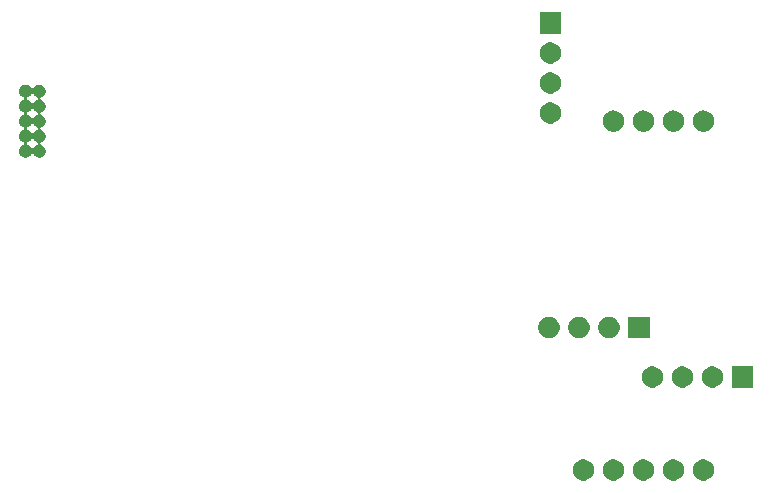
<source format=gbr>
%TF.GenerationSoftware,KiCad,Pcbnew,(5.1.5)-3*%
%TF.CreationDate,2020-03-09T23:17:30+02:00*%
%TF.ProjectId,iaq_device,6961715f-6465-4766-9963-652e6b696361,rev?*%
%TF.SameCoordinates,Original*%
%TF.FileFunction,Soldermask,Bot*%
%TF.FilePolarity,Negative*%
%FSLAX46Y46*%
G04 Gerber Fmt 4.6, Leading zero omitted, Abs format (unit mm)*
G04 Created by KiCad (PCBNEW (5.1.5)-3) date 2020-03-09 23:17:30*
%MOMM*%
%LPD*%
G04 APERTURE LIST*
%ADD10C,0.100000*%
G04 APERTURE END LIST*
D10*
G36*
X158609512Y-113403927D02*
G01*
X158758812Y-113433624D01*
X158922784Y-113501544D01*
X159070354Y-113600147D01*
X159195853Y-113725646D01*
X159294456Y-113873216D01*
X159362376Y-114037188D01*
X159397000Y-114211259D01*
X159397000Y-114388741D01*
X159362376Y-114562812D01*
X159294456Y-114726784D01*
X159195853Y-114874354D01*
X159070354Y-114999853D01*
X158922784Y-115098456D01*
X158758812Y-115166376D01*
X158609512Y-115196073D01*
X158584742Y-115201000D01*
X158407258Y-115201000D01*
X158382488Y-115196073D01*
X158233188Y-115166376D01*
X158069216Y-115098456D01*
X157921646Y-114999853D01*
X157796147Y-114874354D01*
X157697544Y-114726784D01*
X157629624Y-114562812D01*
X157595000Y-114388741D01*
X157595000Y-114211259D01*
X157629624Y-114037188D01*
X157697544Y-113873216D01*
X157796147Y-113725646D01*
X157921646Y-113600147D01*
X158069216Y-113501544D01*
X158233188Y-113433624D01*
X158382488Y-113403927D01*
X158407258Y-113399000D01*
X158584742Y-113399000D01*
X158609512Y-113403927D01*
G37*
G36*
X156069512Y-113403927D02*
G01*
X156218812Y-113433624D01*
X156382784Y-113501544D01*
X156530354Y-113600147D01*
X156655853Y-113725646D01*
X156754456Y-113873216D01*
X156822376Y-114037188D01*
X156857000Y-114211259D01*
X156857000Y-114388741D01*
X156822376Y-114562812D01*
X156754456Y-114726784D01*
X156655853Y-114874354D01*
X156530354Y-114999853D01*
X156382784Y-115098456D01*
X156218812Y-115166376D01*
X156069512Y-115196073D01*
X156044742Y-115201000D01*
X155867258Y-115201000D01*
X155842488Y-115196073D01*
X155693188Y-115166376D01*
X155529216Y-115098456D01*
X155381646Y-114999853D01*
X155256147Y-114874354D01*
X155157544Y-114726784D01*
X155089624Y-114562812D01*
X155055000Y-114388741D01*
X155055000Y-114211259D01*
X155089624Y-114037188D01*
X155157544Y-113873216D01*
X155256147Y-113725646D01*
X155381646Y-113600147D01*
X155529216Y-113501544D01*
X155693188Y-113433624D01*
X155842488Y-113403927D01*
X155867258Y-113399000D01*
X156044742Y-113399000D01*
X156069512Y-113403927D01*
G37*
G36*
X153529512Y-113403927D02*
G01*
X153678812Y-113433624D01*
X153842784Y-113501544D01*
X153990354Y-113600147D01*
X154115853Y-113725646D01*
X154214456Y-113873216D01*
X154282376Y-114037188D01*
X154317000Y-114211259D01*
X154317000Y-114388741D01*
X154282376Y-114562812D01*
X154214456Y-114726784D01*
X154115853Y-114874354D01*
X153990354Y-114999853D01*
X153842784Y-115098456D01*
X153678812Y-115166376D01*
X153529512Y-115196073D01*
X153504742Y-115201000D01*
X153327258Y-115201000D01*
X153302488Y-115196073D01*
X153153188Y-115166376D01*
X152989216Y-115098456D01*
X152841646Y-114999853D01*
X152716147Y-114874354D01*
X152617544Y-114726784D01*
X152549624Y-114562812D01*
X152515000Y-114388741D01*
X152515000Y-114211259D01*
X152549624Y-114037188D01*
X152617544Y-113873216D01*
X152716147Y-113725646D01*
X152841646Y-113600147D01*
X152989216Y-113501544D01*
X153153188Y-113433624D01*
X153302488Y-113403927D01*
X153327258Y-113399000D01*
X153504742Y-113399000D01*
X153529512Y-113403927D01*
G37*
G36*
X163689512Y-113403927D02*
G01*
X163838812Y-113433624D01*
X164002784Y-113501544D01*
X164150354Y-113600147D01*
X164275853Y-113725646D01*
X164374456Y-113873216D01*
X164442376Y-114037188D01*
X164477000Y-114211259D01*
X164477000Y-114388741D01*
X164442376Y-114562812D01*
X164374456Y-114726784D01*
X164275853Y-114874354D01*
X164150354Y-114999853D01*
X164002784Y-115098456D01*
X163838812Y-115166376D01*
X163689512Y-115196073D01*
X163664742Y-115201000D01*
X163487258Y-115201000D01*
X163462488Y-115196073D01*
X163313188Y-115166376D01*
X163149216Y-115098456D01*
X163001646Y-114999853D01*
X162876147Y-114874354D01*
X162777544Y-114726784D01*
X162709624Y-114562812D01*
X162675000Y-114388741D01*
X162675000Y-114211259D01*
X162709624Y-114037188D01*
X162777544Y-113873216D01*
X162876147Y-113725646D01*
X163001646Y-113600147D01*
X163149216Y-113501544D01*
X163313188Y-113433624D01*
X163462488Y-113403927D01*
X163487258Y-113399000D01*
X163664742Y-113399000D01*
X163689512Y-113403927D01*
G37*
G36*
X161149512Y-113403927D02*
G01*
X161298812Y-113433624D01*
X161462784Y-113501544D01*
X161610354Y-113600147D01*
X161735853Y-113725646D01*
X161834456Y-113873216D01*
X161902376Y-114037188D01*
X161937000Y-114211259D01*
X161937000Y-114388741D01*
X161902376Y-114562812D01*
X161834456Y-114726784D01*
X161735853Y-114874354D01*
X161610354Y-114999853D01*
X161462784Y-115098456D01*
X161298812Y-115166376D01*
X161149512Y-115196073D01*
X161124742Y-115201000D01*
X160947258Y-115201000D01*
X160922488Y-115196073D01*
X160773188Y-115166376D01*
X160609216Y-115098456D01*
X160461646Y-114999853D01*
X160336147Y-114874354D01*
X160237544Y-114726784D01*
X160169624Y-114562812D01*
X160135000Y-114388741D01*
X160135000Y-114211259D01*
X160169624Y-114037188D01*
X160237544Y-113873216D01*
X160336147Y-113725646D01*
X160461646Y-113600147D01*
X160609216Y-113501544D01*
X160773188Y-113433624D01*
X160922488Y-113403927D01*
X160947258Y-113399000D01*
X161124742Y-113399000D01*
X161149512Y-113403927D01*
G37*
G36*
X167779000Y-107327000D02*
G01*
X165977000Y-107327000D01*
X165977000Y-105525000D01*
X167779000Y-105525000D01*
X167779000Y-107327000D01*
G37*
G36*
X161911512Y-105529927D02*
G01*
X162060812Y-105559624D01*
X162224784Y-105627544D01*
X162372354Y-105726147D01*
X162497853Y-105851646D01*
X162596456Y-105999216D01*
X162664376Y-106163188D01*
X162699000Y-106337259D01*
X162699000Y-106514741D01*
X162664376Y-106688812D01*
X162596456Y-106852784D01*
X162497853Y-107000354D01*
X162372354Y-107125853D01*
X162224784Y-107224456D01*
X162060812Y-107292376D01*
X161911512Y-107322073D01*
X161886742Y-107327000D01*
X161709258Y-107327000D01*
X161684488Y-107322073D01*
X161535188Y-107292376D01*
X161371216Y-107224456D01*
X161223646Y-107125853D01*
X161098147Y-107000354D01*
X160999544Y-106852784D01*
X160931624Y-106688812D01*
X160897000Y-106514741D01*
X160897000Y-106337259D01*
X160931624Y-106163188D01*
X160999544Y-105999216D01*
X161098147Y-105851646D01*
X161223646Y-105726147D01*
X161371216Y-105627544D01*
X161535188Y-105559624D01*
X161684488Y-105529927D01*
X161709258Y-105525000D01*
X161886742Y-105525000D01*
X161911512Y-105529927D01*
G37*
G36*
X159371512Y-105529927D02*
G01*
X159520812Y-105559624D01*
X159684784Y-105627544D01*
X159832354Y-105726147D01*
X159957853Y-105851646D01*
X160056456Y-105999216D01*
X160124376Y-106163188D01*
X160159000Y-106337259D01*
X160159000Y-106514741D01*
X160124376Y-106688812D01*
X160056456Y-106852784D01*
X159957853Y-107000354D01*
X159832354Y-107125853D01*
X159684784Y-107224456D01*
X159520812Y-107292376D01*
X159371512Y-107322073D01*
X159346742Y-107327000D01*
X159169258Y-107327000D01*
X159144488Y-107322073D01*
X158995188Y-107292376D01*
X158831216Y-107224456D01*
X158683646Y-107125853D01*
X158558147Y-107000354D01*
X158459544Y-106852784D01*
X158391624Y-106688812D01*
X158357000Y-106514741D01*
X158357000Y-106337259D01*
X158391624Y-106163188D01*
X158459544Y-105999216D01*
X158558147Y-105851646D01*
X158683646Y-105726147D01*
X158831216Y-105627544D01*
X158995188Y-105559624D01*
X159144488Y-105529927D01*
X159169258Y-105525000D01*
X159346742Y-105525000D01*
X159371512Y-105529927D01*
G37*
G36*
X164451512Y-105529927D02*
G01*
X164600812Y-105559624D01*
X164764784Y-105627544D01*
X164912354Y-105726147D01*
X165037853Y-105851646D01*
X165136456Y-105999216D01*
X165204376Y-106163188D01*
X165239000Y-106337259D01*
X165239000Y-106514741D01*
X165204376Y-106688812D01*
X165136456Y-106852784D01*
X165037853Y-107000354D01*
X164912354Y-107125853D01*
X164764784Y-107224456D01*
X164600812Y-107292376D01*
X164451512Y-107322073D01*
X164426742Y-107327000D01*
X164249258Y-107327000D01*
X164224488Y-107322073D01*
X164075188Y-107292376D01*
X163911216Y-107224456D01*
X163763646Y-107125853D01*
X163638147Y-107000354D01*
X163539544Y-106852784D01*
X163471624Y-106688812D01*
X163437000Y-106514741D01*
X163437000Y-106337259D01*
X163471624Y-106163188D01*
X163539544Y-105999216D01*
X163638147Y-105851646D01*
X163763646Y-105726147D01*
X163911216Y-105627544D01*
X164075188Y-105559624D01*
X164224488Y-105529927D01*
X164249258Y-105525000D01*
X164426742Y-105525000D01*
X164451512Y-105529927D01*
G37*
G36*
X159016000Y-103136000D02*
G01*
X157214000Y-103136000D01*
X157214000Y-101334000D01*
X159016000Y-101334000D01*
X159016000Y-103136000D01*
G37*
G36*
X155688512Y-101338927D02*
G01*
X155837812Y-101368624D01*
X156001784Y-101436544D01*
X156149354Y-101535147D01*
X156274853Y-101660646D01*
X156373456Y-101808216D01*
X156441376Y-101972188D01*
X156476000Y-102146259D01*
X156476000Y-102323741D01*
X156441376Y-102497812D01*
X156373456Y-102661784D01*
X156274853Y-102809354D01*
X156149354Y-102934853D01*
X156001784Y-103033456D01*
X155837812Y-103101376D01*
X155688512Y-103131073D01*
X155663742Y-103136000D01*
X155486258Y-103136000D01*
X155461488Y-103131073D01*
X155312188Y-103101376D01*
X155148216Y-103033456D01*
X155000646Y-102934853D01*
X154875147Y-102809354D01*
X154776544Y-102661784D01*
X154708624Y-102497812D01*
X154674000Y-102323741D01*
X154674000Y-102146259D01*
X154708624Y-101972188D01*
X154776544Y-101808216D01*
X154875147Y-101660646D01*
X155000646Y-101535147D01*
X155148216Y-101436544D01*
X155312188Y-101368624D01*
X155461488Y-101338927D01*
X155486258Y-101334000D01*
X155663742Y-101334000D01*
X155688512Y-101338927D01*
G37*
G36*
X153148512Y-101338927D02*
G01*
X153297812Y-101368624D01*
X153461784Y-101436544D01*
X153609354Y-101535147D01*
X153734853Y-101660646D01*
X153833456Y-101808216D01*
X153901376Y-101972188D01*
X153936000Y-102146259D01*
X153936000Y-102323741D01*
X153901376Y-102497812D01*
X153833456Y-102661784D01*
X153734853Y-102809354D01*
X153609354Y-102934853D01*
X153461784Y-103033456D01*
X153297812Y-103101376D01*
X153148512Y-103131073D01*
X153123742Y-103136000D01*
X152946258Y-103136000D01*
X152921488Y-103131073D01*
X152772188Y-103101376D01*
X152608216Y-103033456D01*
X152460646Y-102934853D01*
X152335147Y-102809354D01*
X152236544Y-102661784D01*
X152168624Y-102497812D01*
X152134000Y-102323741D01*
X152134000Y-102146259D01*
X152168624Y-101972188D01*
X152236544Y-101808216D01*
X152335147Y-101660646D01*
X152460646Y-101535147D01*
X152608216Y-101436544D01*
X152772188Y-101368624D01*
X152921488Y-101338927D01*
X152946258Y-101334000D01*
X153123742Y-101334000D01*
X153148512Y-101338927D01*
G37*
G36*
X150608512Y-101338927D02*
G01*
X150757812Y-101368624D01*
X150921784Y-101436544D01*
X151069354Y-101535147D01*
X151194853Y-101660646D01*
X151293456Y-101808216D01*
X151361376Y-101972188D01*
X151396000Y-102146259D01*
X151396000Y-102323741D01*
X151361376Y-102497812D01*
X151293456Y-102661784D01*
X151194853Y-102809354D01*
X151069354Y-102934853D01*
X150921784Y-103033456D01*
X150757812Y-103101376D01*
X150608512Y-103131073D01*
X150583742Y-103136000D01*
X150406258Y-103136000D01*
X150381488Y-103131073D01*
X150232188Y-103101376D01*
X150068216Y-103033456D01*
X149920646Y-102934853D01*
X149795147Y-102809354D01*
X149696544Y-102661784D01*
X149628624Y-102497812D01*
X149594000Y-102323741D01*
X149594000Y-102146259D01*
X149628624Y-101972188D01*
X149696544Y-101808216D01*
X149795147Y-101660646D01*
X149920646Y-101535147D01*
X150068216Y-101436544D01*
X150232188Y-101368624D01*
X150381488Y-101338927D01*
X150406258Y-101334000D01*
X150583742Y-101334000D01*
X150608512Y-101338927D01*
G37*
G36*
X106340721Y-81680174D02*
G01*
X106440995Y-81721709D01*
X106440996Y-81721710D01*
X106531242Y-81782010D01*
X106607990Y-81858758D01*
X106607991Y-81858760D01*
X106607994Y-81858763D01*
X106656068Y-81930710D01*
X106671613Y-81949652D01*
X106690555Y-81965197D01*
X106712166Y-81976748D01*
X106735615Y-81983861D01*
X106760001Y-81986263D01*
X106784387Y-81983861D01*
X106807836Y-81976748D01*
X106829446Y-81965196D01*
X106848388Y-81949651D01*
X106863932Y-81930710D01*
X106912006Y-81858763D01*
X106912009Y-81858760D01*
X106912010Y-81858758D01*
X106988758Y-81782010D01*
X107079004Y-81721710D01*
X107079005Y-81721709D01*
X107179279Y-81680174D01*
X107285730Y-81659000D01*
X107394270Y-81659000D01*
X107500721Y-81680174D01*
X107600995Y-81721709D01*
X107600996Y-81721710D01*
X107691242Y-81782010D01*
X107767990Y-81858758D01*
X107767991Y-81858760D01*
X107828291Y-81949005D01*
X107869826Y-82049279D01*
X107891000Y-82155730D01*
X107891000Y-82264270D01*
X107869826Y-82370721D01*
X107828291Y-82470995D01*
X107798345Y-82515812D01*
X107767990Y-82561242D01*
X107691242Y-82637990D01*
X107645812Y-82668345D01*
X107600995Y-82698291D01*
X107525611Y-82729516D01*
X107504000Y-82741067D01*
X107485059Y-82756612D01*
X107469513Y-82775554D01*
X107457962Y-82797165D01*
X107450849Y-82820614D01*
X107448447Y-82845000D01*
X107450849Y-82869386D01*
X107457962Y-82892835D01*
X107469513Y-82914446D01*
X107485058Y-82933387D01*
X107504000Y-82948933D01*
X107525611Y-82960484D01*
X107600995Y-82991709D01*
X107600996Y-82991710D01*
X107691242Y-83052010D01*
X107767990Y-83128758D01*
X107767991Y-83128760D01*
X107828291Y-83219005D01*
X107869826Y-83319279D01*
X107891000Y-83425730D01*
X107891000Y-83534270D01*
X107869826Y-83640721D01*
X107828291Y-83740995D01*
X107798345Y-83785812D01*
X107767990Y-83831242D01*
X107691242Y-83907990D01*
X107645812Y-83938345D01*
X107600995Y-83968291D01*
X107525611Y-83999516D01*
X107504000Y-84011067D01*
X107485059Y-84026612D01*
X107469513Y-84045554D01*
X107457962Y-84067165D01*
X107450849Y-84090614D01*
X107448447Y-84115000D01*
X107450849Y-84139386D01*
X107457962Y-84162835D01*
X107469513Y-84184446D01*
X107485058Y-84203387D01*
X107504000Y-84218933D01*
X107525611Y-84230484D01*
X107600995Y-84261709D01*
X107600996Y-84261710D01*
X107691242Y-84322010D01*
X107767990Y-84398758D01*
X107767991Y-84398760D01*
X107828291Y-84489005D01*
X107869826Y-84589279D01*
X107891000Y-84695730D01*
X107891000Y-84804270D01*
X107869826Y-84910721D01*
X107828291Y-85010995D01*
X107798345Y-85055812D01*
X107767990Y-85101242D01*
X107691242Y-85177990D01*
X107645812Y-85208345D01*
X107600995Y-85238291D01*
X107525611Y-85269516D01*
X107504000Y-85281067D01*
X107485059Y-85296612D01*
X107469513Y-85315554D01*
X107457962Y-85337165D01*
X107450849Y-85360614D01*
X107448447Y-85385000D01*
X107450849Y-85409386D01*
X107457962Y-85432835D01*
X107469513Y-85454446D01*
X107485058Y-85473387D01*
X107504000Y-85488933D01*
X107525611Y-85500484D01*
X107600995Y-85531709D01*
X107600996Y-85531710D01*
X107691242Y-85592010D01*
X107767990Y-85668758D01*
X107767991Y-85668760D01*
X107828291Y-85759005D01*
X107869826Y-85859279D01*
X107891000Y-85965730D01*
X107891000Y-86074270D01*
X107869826Y-86180721D01*
X107828291Y-86280995D01*
X107798345Y-86325812D01*
X107767990Y-86371242D01*
X107691242Y-86447990D01*
X107645812Y-86478345D01*
X107600995Y-86508291D01*
X107525611Y-86539516D01*
X107504000Y-86551067D01*
X107485059Y-86566612D01*
X107469513Y-86585554D01*
X107457962Y-86607165D01*
X107450849Y-86630614D01*
X107448447Y-86655000D01*
X107450849Y-86679386D01*
X107457962Y-86702835D01*
X107469513Y-86724446D01*
X107485058Y-86743387D01*
X107504000Y-86758933D01*
X107525611Y-86770484D01*
X107600995Y-86801709D01*
X107600996Y-86801710D01*
X107691242Y-86862010D01*
X107767990Y-86938758D01*
X107767991Y-86938760D01*
X107828291Y-87029005D01*
X107869826Y-87129279D01*
X107891000Y-87235730D01*
X107891000Y-87344270D01*
X107869826Y-87450721D01*
X107828291Y-87550995D01*
X107798345Y-87595812D01*
X107767990Y-87641242D01*
X107691242Y-87717990D01*
X107645812Y-87748345D01*
X107600995Y-87778291D01*
X107500721Y-87819826D01*
X107394270Y-87841000D01*
X107285730Y-87841000D01*
X107179279Y-87819826D01*
X107079005Y-87778291D01*
X107034188Y-87748345D01*
X106988758Y-87717990D01*
X106912010Y-87641242D01*
X106912008Y-87641239D01*
X106912006Y-87641237D01*
X106863932Y-87569290D01*
X106848387Y-87550348D01*
X106829445Y-87534803D01*
X106807834Y-87523252D01*
X106784385Y-87516139D01*
X106759999Y-87513737D01*
X106735613Y-87516139D01*
X106712164Y-87523252D01*
X106690554Y-87534804D01*
X106671612Y-87550349D01*
X106656068Y-87569290D01*
X106607994Y-87641237D01*
X106607992Y-87641239D01*
X106607990Y-87641242D01*
X106531242Y-87717990D01*
X106485812Y-87748345D01*
X106440995Y-87778291D01*
X106340721Y-87819826D01*
X106234270Y-87841000D01*
X106125730Y-87841000D01*
X106019279Y-87819826D01*
X105919005Y-87778291D01*
X105874188Y-87748345D01*
X105828758Y-87717990D01*
X105752010Y-87641242D01*
X105721655Y-87595812D01*
X105691709Y-87550995D01*
X105650174Y-87450721D01*
X105629000Y-87344270D01*
X105629000Y-87235730D01*
X105650174Y-87129279D01*
X105691709Y-87029005D01*
X105752009Y-86938760D01*
X105752010Y-86938758D01*
X105828758Y-86862010D01*
X105919004Y-86801710D01*
X105919005Y-86801709D01*
X105994389Y-86770484D01*
X106016000Y-86758933D01*
X106034941Y-86743388D01*
X106050487Y-86724446D01*
X106062038Y-86702835D01*
X106069151Y-86679386D01*
X106071553Y-86655000D01*
X106288447Y-86655000D01*
X106290849Y-86679386D01*
X106297962Y-86702835D01*
X106309513Y-86724446D01*
X106325058Y-86743387D01*
X106344000Y-86758933D01*
X106365611Y-86770484D01*
X106440995Y-86801709D01*
X106440996Y-86801710D01*
X106531242Y-86862010D01*
X106607990Y-86938758D01*
X106607991Y-86938760D01*
X106607994Y-86938763D01*
X106656068Y-87010710D01*
X106671613Y-87029652D01*
X106690555Y-87045197D01*
X106712166Y-87056748D01*
X106735615Y-87063861D01*
X106760001Y-87066263D01*
X106784387Y-87063861D01*
X106807836Y-87056748D01*
X106829446Y-87045196D01*
X106848388Y-87029651D01*
X106863932Y-87010710D01*
X106912006Y-86938763D01*
X106912009Y-86938760D01*
X106912010Y-86938758D01*
X106988758Y-86862010D01*
X107079004Y-86801710D01*
X107079005Y-86801709D01*
X107154389Y-86770484D01*
X107176000Y-86758933D01*
X107194941Y-86743388D01*
X107210487Y-86724446D01*
X107222038Y-86702835D01*
X107229151Y-86679386D01*
X107231553Y-86655000D01*
X107229151Y-86630614D01*
X107222038Y-86607165D01*
X107210487Y-86585554D01*
X107194942Y-86566613D01*
X107176000Y-86551067D01*
X107154389Y-86539516D01*
X107079005Y-86508291D01*
X107034188Y-86478345D01*
X106988758Y-86447990D01*
X106912010Y-86371242D01*
X106912008Y-86371239D01*
X106912006Y-86371237D01*
X106863932Y-86299290D01*
X106848387Y-86280348D01*
X106829445Y-86264803D01*
X106807834Y-86253252D01*
X106784385Y-86246139D01*
X106759999Y-86243737D01*
X106735613Y-86246139D01*
X106712164Y-86253252D01*
X106690554Y-86264804D01*
X106671612Y-86280349D01*
X106656068Y-86299290D01*
X106607994Y-86371237D01*
X106607992Y-86371239D01*
X106607990Y-86371242D01*
X106531242Y-86447990D01*
X106485812Y-86478345D01*
X106440995Y-86508291D01*
X106365611Y-86539516D01*
X106344000Y-86551067D01*
X106325059Y-86566612D01*
X106309513Y-86585554D01*
X106297962Y-86607165D01*
X106290849Y-86630614D01*
X106288447Y-86655000D01*
X106071553Y-86655000D01*
X106069151Y-86630614D01*
X106062038Y-86607165D01*
X106050487Y-86585554D01*
X106034942Y-86566613D01*
X106016000Y-86551067D01*
X105994389Y-86539516D01*
X105919005Y-86508291D01*
X105874188Y-86478345D01*
X105828758Y-86447990D01*
X105752010Y-86371242D01*
X105721655Y-86325812D01*
X105691709Y-86280995D01*
X105650174Y-86180721D01*
X105629000Y-86074270D01*
X105629000Y-85965730D01*
X105650174Y-85859279D01*
X105691709Y-85759005D01*
X105752009Y-85668760D01*
X105752010Y-85668758D01*
X105828758Y-85592010D01*
X105919004Y-85531710D01*
X105919005Y-85531709D01*
X105994389Y-85500484D01*
X106016000Y-85488933D01*
X106034941Y-85473388D01*
X106050487Y-85454446D01*
X106062038Y-85432835D01*
X106069151Y-85409386D01*
X106071553Y-85385000D01*
X106288447Y-85385000D01*
X106290849Y-85409386D01*
X106297962Y-85432835D01*
X106309513Y-85454446D01*
X106325058Y-85473387D01*
X106344000Y-85488933D01*
X106365611Y-85500484D01*
X106440995Y-85531709D01*
X106440996Y-85531710D01*
X106531242Y-85592010D01*
X106607990Y-85668758D01*
X106607991Y-85668760D01*
X106607994Y-85668763D01*
X106656068Y-85740710D01*
X106671613Y-85759652D01*
X106690555Y-85775197D01*
X106712166Y-85786748D01*
X106735615Y-85793861D01*
X106760001Y-85796263D01*
X106784387Y-85793861D01*
X106807836Y-85786748D01*
X106829446Y-85775196D01*
X106848388Y-85759651D01*
X106863932Y-85740710D01*
X106912006Y-85668763D01*
X106912009Y-85668760D01*
X106912010Y-85668758D01*
X106988758Y-85592010D01*
X107079004Y-85531710D01*
X107079005Y-85531709D01*
X107154389Y-85500484D01*
X107176000Y-85488933D01*
X107194941Y-85473388D01*
X107210487Y-85454446D01*
X107222038Y-85432835D01*
X107229151Y-85409386D01*
X107231553Y-85385000D01*
X107229151Y-85360614D01*
X107222038Y-85337165D01*
X107210487Y-85315554D01*
X107194942Y-85296613D01*
X107176000Y-85281067D01*
X107154389Y-85269516D01*
X107079005Y-85238291D01*
X107034188Y-85208345D01*
X106988758Y-85177990D01*
X106912010Y-85101242D01*
X106912008Y-85101239D01*
X106912006Y-85101237D01*
X106863932Y-85029290D01*
X106848387Y-85010348D01*
X106829445Y-84994803D01*
X106807834Y-84983252D01*
X106784385Y-84976139D01*
X106759999Y-84973737D01*
X106735613Y-84976139D01*
X106712164Y-84983252D01*
X106690554Y-84994804D01*
X106671612Y-85010349D01*
X106656068Y-85029290D01*
X106607994Y-85101237D01*
X106607992Y-85101239D01*
X106607990Y-85101242D01*
X106531242Y-85177990D01*
X106485812Y-85208345D01*
X106440995Y-85238291D01*
X106365611Y-85269516D01*
X106344000Y-85281067D01*
X106325059Y-85296612D01*
X106309513Y-85315554D01*
X106297962Y-85337165D01*
X106290849Y-85360614D01*
X106288447Y-85385000D01*
X106071553Y-85385000D01*
X106069151Y-85360614D01*
X106062038Y-85337165D01*
X106050487Y-85315554D01*
X106034942Y-85296613D01*
X106016000Y-85281067D01*
X105994389Y-85269516D01*
X105919005Y-85238291D01*
X105874188Y-85208345D01*
X105828758Y-85177990D01*
X105752010Y-85101242D01*
X105721655Y-85055812D01*
X105691709Y-85010995D01*
X105650174Y-84910721D01*
X105629000Y-84804270D01*
X105629000Y-84695730D01*
X105650174Y-84589279D01*
X105691709Y-84489005D01*
X105752009Y-84398760D01*
X105752010Y-84398758D01*
X105828758Y-84322010D01*
X105919004Y-84261710D01*
X105919005Y-84261709D01*
X105994389Y-84230484D01*
X106016000Y-84218933D01*
X106034941Y-84203388D01*
X106050487Y-84184446D01*
X106062038Y-84162835D01*
X106069151Y-84139386D01*
X106071553Y-84115000D01*
X106288447Y-84115000D01*
X106290849Y-84139386D01*
X106297962Y-84162835D01*
X106309513Y-84184446D01*
X106325058Y-84203387D01*
X106344000Y-84218933D01*
X106365611Y-84230484D01*
X106440995Y-84261709D01*
X106440996Y-84261710D01*
X106531242Y-84322010D01*
X106607990Y-84398758D01*
X106607991Y-84398760D01*
X106607994Y-84398763D01*
X106656068Y-84470710D01*
X106671613Y-84489652D01*
X106690555Y-84505197D01*
X106712166Y-84516748D01*
X106735615Y-84523861D01*
X106760001Y-84526263D01*
X106784387Y-84523861D01*
X106807836Y-84516748D01*
X106829446Y-84505196D01*
X106848388Y-84489651D01*
X106863932Y-84470710D01*
X106912006Y-84398763D01*
X106912009Y-84398760D01*
X106912010Y-84398758D01*
X106988758Y-84322010D01*
X107079004Y-84261710D01*
X107079005Y-84261709D01*
X107154389Y-84230484D01*
X107176000Y-84218933D01*
X107194941Y-84203388D01*
X107210487Y-84184446D01*
X107222038Y-84162835D01*
X107229151Y-84139386D01*
X107231553Y-84115000D01*
X107229151Y-84090614D01*
X107222038Y-84067165D01*
X107210487Y-84045554D01*
X107194942Y-84026613D01*
X107176000Y-84011067D01*
X107154389Y-83999516D01*
X107079005Y-83968291D01*
X107034188Y-83938345D01*
X106988758Y-83907990D01*
X106912010Y-83831242D01*
X106912008Y-83831239D01*
X106912006Y-83831237D01*
X106863932Y-83759290D01*
X106848387Y-83740348D01*
X106829445Y-83724803D01*
X106807834Y-83713252D01*
X106784385Y-83706139D01*
X106759999Y-83703737D01*
X106735613Y-83706139D01*
X106712164Y-83713252D01*
X106690554Y-83724804D01*
X106671612Y-83740349D01*
X106656068Y-83759290D01*
X106607994Y-83831237D01*
X106607992Y-83831239D01*
X106607990Y-83831242D01*
X106531242Y-83907990D01*
X106485812Y-83938345D01*
X106440995Y-83968291D01*
X106365611Y-83999516D01*
X106344000Y-84011067D01*
X106325059Y-84026612D01*
X106309513Y-84045554D01*
X106297962Y-84067165D01*
X106290849Y-84090614D01*
X106288447Y-84115000D01*
X106071553Y-84115000D01*
X106069151Y-84090614D01*
X106062038Y-84067165D01*
X106050487Y-84045554D01*
X106034942Y-84026613D01*
X106016000Y-84011067D01*
X105994389Y-83999516D01*
X105919005Y-83968291D01*
X105874188Y-83938345D01*
X105828758Y-83907990D01*
X105752010Y-83831242D01*
X105721655Y-83785812D01*
X105691709Y-83740995D01*
X105650174Y-83640721D01*
X105629000Y-83534270D01*
X105629000Y-83425730D01*
X105650174Y-83319279D01*
X105691709Y-83219005D01*
X105752009Y-83128760D01*
X105752010Y-83128758D01*
X105828758Y-83052010D01*
X105919004Y-82991710D01*
X105919005Y-82991709D01*
X105994389Y-82960484D01*
X106016000Y-82948933D01*
X106034941Y-82933388D01*
X106050487Y-82914446D01*
X106062038Y-82892835D01*
X106069151Y-82869386D01*
X106071553Y-82845000D01*
X106288447Y-82845000D01*
X106290849Y-82869386D01*
X106297962Y-82892835D01*
X106309513Y-82914446D01*
X106325058Y-82933387D01*
X106344000Y-82948933D01*
X106365611Y-82960484D01*
X106440995Y-82991709D01*
X106440996Y-82991710D01*
X106531242Y-83052010D01*
X106607990Y-83128758D01*
X106607991Y-83128760D01*
X106607994Y-83128763D01*
X106656068Y-83200710D01*
X106671613Y-83219652D01*
X106690555Y-83235197D01*
X106712166Y-83246748D01*
X106735615Y-83253861D01*
X106760001Y-83256263D01*
X106784387Y-83253861D01*
X106807836Y-83246748D01*
X106829446Y-83235196D01*
X106848388Y-83219651D01*
X106863932Y-83200710D01*
X106912006Y-83128763D01*
X106912009Y-83128760D01*
X106912010Y-83128758D01*
X106988758Y-83052010D01*
X107079004Y-82991710D01*
X107079005Y-82991709D01*
X107154389Y-82960484D01*
X107176000Y-82948933D01*
X107194941Y-82933388D01*
X107210487Y-82914446D01*
X107222038Y-82892835D01*
X107229151Y-82869386D01*
X107231553Y-82845000D01*
X107229151Y-82820614D01*
X107222038Y-82797165D01*
X107210487Y-82775554D01*
X107194942Y-82756613D01*
X107176000Y-82741067D01*
X107154389Y-82729516D01*
X107079005Y-82698291D01*
X107034188Y-82668345D01*
X106988758Y-82637990D01*
X106912010Y-82561242D01*
X106912008Y-82561239D01*
X106912006Y-82561237D01*
X106863932Y-82489290D01*
X106848387Y-82470348D01*
X106829445Y-82454803D01*
X106807834Y-82443252D01*
X106784385Y-82436139D01*
X106759999Y-82433737D01*
X106735613Y-82436139D01*
X106712164Y-82443252D01*
X106690554Y-82454804D01*
X106671612Y-82470349D01*
X106656068Y-82489290D01*
X106607994Y-82561237D01*
X106607992Y-82561239D01*
X106607990Y-82561242D01*
X106531242Y-82637990D01*
X106485812Y-82668345D01*
X106440995Y-82698291D01*
X106365611Y-82729516D01*
X106344000Y-82741067D01*
X106325059Y-82756612D01*
X106309513Y-82775554D01*
X106297962Y-82797165D01*
X106290849Y-82820614D01*
X106288447Y-82845000D01*
X106071553Y-82845000D01*
X106069151Y-82820614D01*
X106062038Y-82797165D01*
X106050487Y-82775554D01*
X106034942Y-82756613D01*
X106016000Y-82741067D01*
X105994389Y-82729516D01*
X105919005Y-82698291D01*
X105874188Y-82668345D01*
X105828758Y-82637990D01*
X105752010Y-82561242D01*
X105721655Y-82515812D01*
X105691709Y-82470995D01*
X105650174Y-82370721D01*
X105629000Y-82264270D01*
X105629000Y-82155730D01*
X105650174Y-82049279D01*
X105691709Y-81949005D01*
X105752009Y-81858760D01*
X105752010Y-81858758D01*
X105828758Y-81782010D01*
X105919004Y-81721710D01*
X105919005Y-81721709D01*
X106019279Y-81680174D01*
X106125730Y-81659000D01*
X106234270Y-81659000D01*
X106340721Y-81680174D01*
G37*
G36*
X156069512Y-83863927D02*
G01*
X156218812Y-83893624D01*
X156382784Y-83961544D01*
X156530354Y-84060147D01*
X156655853Y-84185646D01*
X156754456Y-84333216D01*
X156822376Y-84497188D01*
X156857000Y-84671259D01*
X156857000Y-84848741D01*
X156822376Y-85022812D01*
X156754456Y-85186784D01*
X156655853Y-85334354D01*
X156530354Y-85459853D01*
X156382784Y-85558456D01*
X156218812Y-85626376D01*
X156069512Y-85656073D01*
X156044742Y-85661000D01*
X155867258Y-85661000D01*
X155842488Y-85656073D01*
X155693188Y-85626376D01*
X155529216Y-85558456D01*
X155381646Y-85459853D01*
X155256147Y-85334354D01*
X155157544Y-85186784D01*
X155089624Y-85022812D01*
X155055000Y-84848741D01*
X155055000Y-84671259D01*
X155089624Y-84497188D01*
X155157544Y-84333216D01*
X155256147Y-84185646D01*
X155381646Y-84060147D01*
X155529216Y-83961544D01*
X155693188Y-83893624D01*
X155842488Y-83863927D01*
X155867258Y-83859000D01*
X156044742Y-83859000D01*
X156069512Y-83863927D01*
G37*
G36*
X158609512Y-83863927D02*
G01*
X158758812Y-83893624D01*
X158922784Y-83961544D01*
X159070354Y-84060147D01*
X159195853Y-84185646D01*
X159294456Y-84333216D01*
X159362376Y-84497188D01*
X159397000Y-84671259D01*
X159397000Y-84848741D01*
X159362376Y-85022812D01*
X159294456Y-85186784D01*
X159195853Y-85334354D01*
X159070354Y-85459853D01*
X158922784Y-85558456D01*
X158758812Y-85626376D01*
X158609512Y-85656073D01*
X158584742Y-85661000D01*
X158407258Y-85661000D01*
X158382488Y-85656073D01*
X158233188Y-85626376D01*
X158069216Y-85558456D01*
X157921646Y-85459853D01*
X157796147Y-85334354D01*
X157697544Y-85186784D01*
X157629624Y-85022812D01*
X157595000Y-84848741D01*
X157595000Y-84671259D01*
X157629624Y-84497188D01*
X157697544Y-84333216D01*
X157796147Y-84185646D01*
X157921646Y-84060147D01*
X158069216Y-83961544D01*
X158233188Y-83893624D01*
X158382488Y-83863927D01*
X158407258Y-83859000D01*
X158584742Y-83859000D01*
X158609512Y-83863927D01*
G37*
G36*
X163689512Y-83863927D02*
G01*
X163838812Y-83893624D01*
X164002784Y-83961544D01*
X164150354Y-84060147D01*
X164275853Y-84185646D01*
X164374456Y-84333216D01*
X164442376Y-84497188D01*
X164477000Y-84671259D01*
X164477000Y-84848741D01*
X164442376Y-85022812D01*
X164374456Y-85186784D01*
X164275853Y-85334354D01*
X164150354Y-85459853D01*
X164002784Y-85558456D01*
X163838812Y-85626376D01*
X163689512Y-85656073D01*
X163664742Y-85661000D01*
X163487258Y-85661000D01*
X163462488Y-85656073D01*
X163313188Y-85626376D01*
X163149216Y-85558456D01*
X163001646Y-85459853D01*
X162876147Y-85334354D01*
X162777544Y-85186784D01*
X162709624Y-85022812D01*
X162675000Y-84848741D01*
X162675000Y-84671259D01*
X162709624Y-84497188D01*
X162777544Y-84333216D01*
X162876147Y-84185646D01*
X163001646Y-84060147D01*
X163149216Y-83961544D01*
X163313188Y-83893624D01*
X163462488Y-83863927D01*
X163487258Y-83859000D01*
X163664742Y-83859000D01*
X163689512Y-83863927D01*
G37*
G36*
X161149512Y-83863927D02*
G01*
X161298812Y-83893624D01*
X161462784Y-83961544D01*
X161610354Y-84060147D01*
X161735853Y-84185646D01*
X161834456Y-84333216D01*
X161902376Y-84497188D01*
X161937000Y-84671259D01*
X161937000Y-84848741D01*
X161902376Y-85022812D01*
X161834456Y-85186784D01*
X161735853Y-85334354D01*
X161610354Y-85459853D01*
X161462784Y-85558456D01*
X161298812Y-85626376D01*
X161149512Y-85656073D01*
X161124742Y-85661000D01*
X160947258Y-85661000D01*
X160922488Y-85656073D01*
X160773188Y-85626376D01*
X160609216Y-85558456D01*
X160461646Y-85459853D01*
X160336147Y-85334354D01*
X160237544Y-85186784D01*
X160169624Y-85022812D01*
X160135000Y-84848741D01*
X160135000Y-84671259D01*
X160169624Y-84497188D01*
X160237544Y-84333216D01*
X160336147Y-84185646D01*
X160461646Y-84060147D01*
X160609216Y-83961544D01*
X160773188Y-83893624D01*
X160922488Y-83863927D01*
X160947258Y-83859000D01*
X161124742Y-83859000D01*
X161149512Y-83863927D01*
G37*
G36*
X150735512Y-83177927D02*
G01*
X150884812Y-83207624D01*
X151048784Y-83275544D01*
X151196354Y-83374147D01*
X151321853Y-83499646D01*
X151420456Y-83647216D01*
X151488376Y-83811188D01*
X151518073Y-83960488D01*
X151523000Y-83985258D01*
X151523000Y-84162742D01*
X151518683Y-84184446D01*
X151488376Y-84336812D01*
X151420456Y-84500784D01*
X151321853Y-84648354D01*
X151196354Y-84773853D01*
X151048784Y-84872456D01*
X150884812Y-84940376D01*
X150735512Y-84970073D01*
X150710742Y-84975000D01*
X150533258Y-84975000D01*
X150508488Y-84970073D01*
X150359188Y-84940376D01*
X150195216Y-84872456D01*
X150047646Y-84773853D01*
X149922147Y-84648354D01*
X149823544Y-84500784D01*
X149755624Y-84336812D01*
X149725317Y-84184446D01*
X149721000Y-84162742D01*
X149721000Y-83985258D01*
X149725927Y-83960488D01*
X149755624Y-83811188D01*
X149823544Y-83647216D01*
X149922147Y-83499646D01*
X150047646Y-83374147D01*
X150195216Y-83275544D01*
X150359188Y-83207624D01*
X150508488Y-83177927D01*
X150533258Y-83173000D01*
X150710742Y-83173000D01*
X150735512Y-83177927D01*
G37*
G36*
X150735512Y-80637927D02*
G01*
X150884812Y-80667624D01*
X151048784Y-80735544D01*
X151196354Y-80834147D01*
X151321853Y-80959646D01*
X151420456Y-81107216D01*
X151488376Y-81271188D01*
X151523000Y-81445259D01*
X151523000Y-81622741D01*
X151488376Y-81796812D01*
X151420456Y-81960784D01*
X151321853Y-82108354D01*
X151196354Y-82233853D01*
X151048784Y-82332456D01*
X150884812Y-82400376D01*
X150735512Y-82430073D01*
X150710742Y-82435000D01*
X150533258Y-82435000D01*
X150508488Y-82430073D01*
X150359188Y-82400376D01*
X150195216Y-82332456D01*
X150047646Y-82233853D01*
X149922147Y-82108354D01*
X149823544Y-81960784D01*
X149755624Y-81796812D01*
X149721000Y-81622741D01*
X149721000Y-81445259D01*
X149755624Y-81271188D01*
X149823544Y-81107216D01*
X149922147Y-80959646D01*
X150047646Y-80834147D01*
X150195216Y-80735544D01*
X150359188Y-80667624D01*
X150508488Y-80637927D01*
X150533258Y-80633000D01*
X150710742Y-80633000D01*
X150735512Y-80637927D01*
G37*
G36*
X150735512Y-78097927D02*
G01*
X150884812Y-78127624D01*
X151048784Y-78195544D01*
X151196354Y-78294147D01*
X151321853Y-78419646D01*
X151420456Y-78567216D01*
X151488376Y-78731188D01*
X151523000Y-78905259D01*
X151523000Y-79082741D01*
X151488376Y-79256812D01*
X151420456Y-79420784D01*
X151321853Y-79568354D01*
X151196354Y-79693853D01*
X151048784Y-79792456D01*
X150884812Y-79860376D01*
X150735512Y-79890073D01*
X150710742Y-79895000D01*
X150533258Y-79895000D01*
X150508488Y-79890073D01*
X150359188Y-79860376D01*
X150195216Y-79792456D01*
X150047646Y-79693853D01*
X149922147Y-79568354D01*
X149823544Y-79420784D01*
X149755624Y-79256812D01*
X149721000Y-79082741D01*
X149721000Y-78905259D01*
X149755624Y-78731188D01*
X149823544Y-78567216D01*
X149922147Y-78419646D01*
X150047646Y-78294147D01*
X150195216Y-78195544D01*
X150359188Y-78127624D01*
X150508488Y-78097927D01*
X150533258Y-78093000D01*
X150710742Y-78093000D01*
X150735512Y-78097927D01*
G37*
G36*
X151523000Y-77355000D02*
G01*
X149721000Y-77355000D01*
X149721000Y-75553000D01*
X151523000Y-75553000D01*
X151523000Y-77355000D01*
G37*
M02*

</source>
